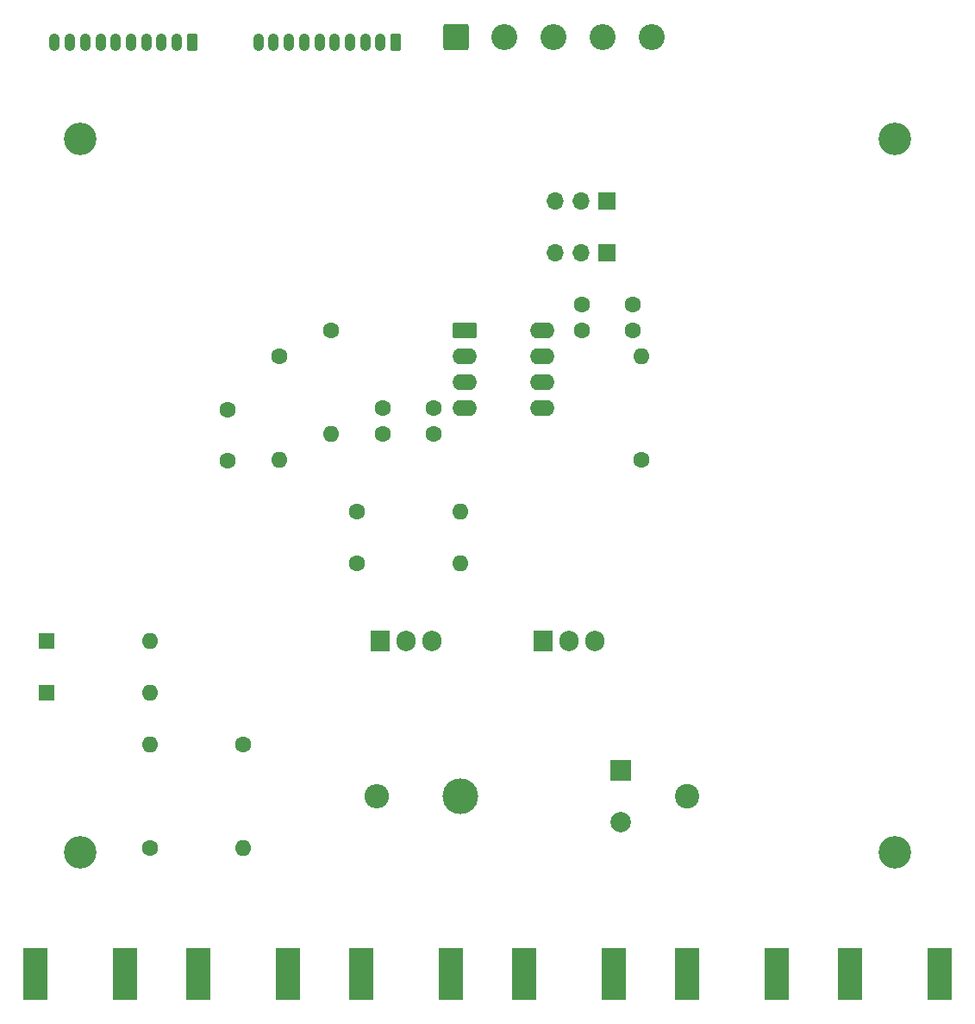
<source format=gbs>
G04 #@! TF.GenerationSoftware,KiCad,Pcbnew,9.0.0*
G04 #@! TF.CreationDate,2025-07-04T16:46:46-07:00*
G04 #@! TF.ProjectId,bipolar_current_control,6269706f-6c61-4725-9f63-757272656e74,rev?*
G04 #@! TF.SameCoordinates,Original*
G04 #@! TF.FileFunction,Soldermask,Bot*
G04 #@! TF.FilePolarity,Negative*
%FSLAX46Y46*%
G04 Gerber Fmt 4.6, Leading zero omitted, Abs format (unit mm)*
G04 Created by KiCad (PCBNEW 9.0.0) date 2025-07-04 16:46:46*
%MOMM*%
%LPD*%
G01*
G04 APERTURE LIST*
G04 Aperture macros list*
%AMRoundRect*
0 Rectangle with rounded corners*
0 $1 Rounding radius*
0 $2 $3 $4 $5 $6 $7 $8 $9 X,Y pos of 4 corners*
0 Add a 4 corners polygon primitive as box body*
4,1,4,$2,$3,$4,$5,$6,$7,$8,$9,$2,$3,0*
0 Add four circle primitives for the rounded corners*
1,1,$1+$1,$2,$3*
1,1,$1+$1,$4,$5*
1,1,$1+$1,$6,$7*
1,1,$1+$1,$8,$9*
0 Add four rect primitives between the rounded corners*
20,1,$1+$1,$2,$3,$4,$5,0*
20,1,$1+$1,$4,$5,$6,$7,0*
20,1,$1+$1,$6,$7,$8,$9,0*
20,1,$1+$1,$8,$9,$2,$3,0*%
G04 Aperture macros list end*
%ADD10C,1.600000*%
%ADD11C,3.500000*%
%ADD12R,2.000000X2.000000*%
%ADD13C,2.000000*%
%ADD14R,1.700000X1.700000*%
%ADD15O,1.700000X1.700000*%
%ADD16R,1.600000X1.600000*%
%ADD17O,1.600000X1.600000*%
%ADD18R,2.420000X5.080000*%
%ADD19C,2.400000*%
%ADD20O,2.400000X2.400000*%
%ADD21RoundRect,0.249999X-1.025001X-1.025001X1.025001X-1.025001X1.025001X1.025001X-1.025001X1.025001X0*%
%ADD22C,2.550000*%
%ADD23RoundRect,0.250000X0.265000X0.615000X-0.265000X0.615000X-0.265000X-0.615000X0.265000X-0.615000X0*%
%ADD24O,1.030000X1.730000*%
%ADD25C,3.200000*%
%ADD26R,1.905000X2.000000*%
%ADD27O,1.905000X2.000000*%
%ADD28RoundRect,0.250000X-0.950000X-0.550000X0.950000X-0.550000X0.950000X0.550000X-0.950000X0.550000X0*%
%ADD29O,2.400000X1.600000*%
G04 APERTURE END LIST*
D10*
X159245000Y-83820000D03*
X164245000Y-83820000D03*
D11*
X147320000Y-129540000D03*
D12*
X163120000Y-127000000D03*
D13*
X163120000Y-132080000D03*
D14*
X161745000Y-76200000D03*
D15*
X159205000Y-76200000D03*
X156665000Y-76200000D03*
D16*
X106680000Y-114300000D03*
D17*
X116840000Y-114300000D03*
D18*
X185620000Y-146930000D03*
X194380000Y-146930000D03*
D19*
X169620000Y-129540000D03*
D20*
X139140000Y-129540000D03*
D21*
X146900000Y-55000000D03*
D22*
X151700000Y-55000000D03*
X156500000Y-55000000D03*
X161300000Y-55000000D03*
X166100000Y-55000000D03*
D23*
X141000000Y-55500000D03*
D24*
X139500000Y-55500000D03*
X138000000Y-55500000D03*
X136500000Y-55500000D03*
X135000000Y-55500000D03*
X133500000Y-55500000D03*
X132000000Y-55500000D03*
X130500000Y-55500000D03*
X129000000Y-55500000D03*
X127500000Y-55500000D03*
D10*
X137160000Y-106680000D03*
D17*
X147320000Y-106680000D03*
D25*
X190000000Y-135000000D03*
X110000000Y-65000000D03*
D18*
X137620000Y-146930000D03*
X146380000Y-146930000D03*
D25*
X190000000Y-65000000D03*
D10*
X124460000Y-96600000D03*
X124460000Y-91600000D03*
X116840000Y-134620000D03*
D17*
X116840000Y-124460000D03*
D25*
X110000000Y-135000000D03*
D10*
X129540000Y-86360000D03*
D17*
X129540000Y-96520000D03*
D10*
X144700000Y-93980000D03*
X139700000Y-93980000D03*
D16*
X106680000Y-119380000D03*
D17*
X116840000Y-119380000D03*
D10*
X137160000Y-101600000D03*
D17*
X147320000Y-101600000D03*
D10*
X144700000Y-91440000D03*
X139700000Y-91440000D03*
D14*
X161745000Y-71120000D03*
D15*
X159205000Y-71120000D03*
X156665000Y-71120000D03*
D10*
X126000000Y-124460000D03*
D17*
X126000000Y-134620000D03*
D18*
X121620000Y-146930000D03*
X130380000Y-146930000D03*
D26*
X139460000Y-114300000D03*
D27*
X142000000Y-114300000D03*
X144540000Y-114300000D03*
D10*
X159245000Y-81280000D03*
X164245000Y-81280000D03*
D26*
X155460000Y-114300000D03*
D27*
X158000000Y-114300000D03*
X160540000Y-114300000D03*
D23*
X121000000Y-55500000D03*
D24*
X119500000Y-55500000D03*
X118000000Y-55500000D03*
X116500000Y-55500000D03*
X115000000Y-55500000D03*
X113500000Y-55500000D03*
X112000000Y-55500000D03*
X110500000Y-55500000D03*
X109000000Y-55500000D03*
X107500000Y-55500000D03*
D18*
X153620000Y-146930000D03*
X162380000Y-146930000D03*
D10*
X134620000Y-83820000D03*
D17*
X134620000Y-93980000D03*
D18*
X169620000Y-146930000D03*
X178380000Y-146930000D03*
D10*
X165100000Y-96520000D03*
D17*
X165100000Y-86360000D03*
D18*
X105620000Y-146930000D03*
X114380000Y-146930000D03*
D28*
X147800000Y-83820000D03*
D29*
X147800000Y-86360000D03*
X147800000Y-88900000D03*
X147800000Y-91440000D03*
X155420000Y-91440000D03*
X155420000Y-88900000D03*
X155420000Y-86360000D03*
X155420000Y-83820000D03*
M02*

</source>
